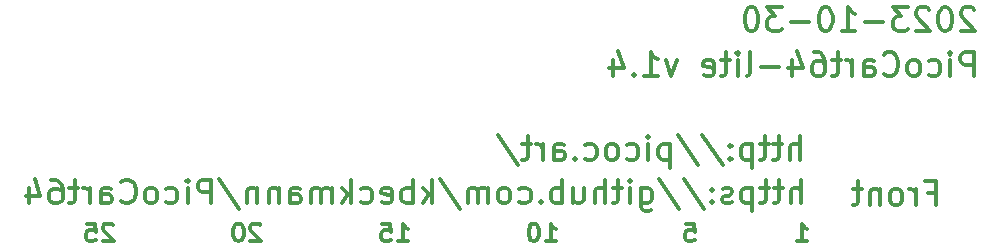
<source format=gbo>
G04 #@! TF.GenerationSoftware,KiCad,Pcbnew,7.0.8*
G04 #@! TF.CreationDate,2023-10-30T20:32:02+01:00*
G04 #@! TF.ProjectId,picocart64_v1_lite,7069636f-6361-4727-9436-345f76315f6c,rev?*
G04 #@! TF.SameCoordinates,Original*
G04 #@! TF.FileFunction,Legend,Bot*
G04 #@! TF.FilePolarity,Positive*
%FSLAX46Y46*%
G04 Gerber Fmt 4.6, Leading zero omitted, Abs format (unit mm)*
G04 Created by KiCad (PCBNEW 7.0.8) date 2023-10-30 20:32:02*
%MOMM*%
%LPD*%
G01*
G04 APERTURE LIST*
%ADD10C,0.300000*%
G04 APERTURE END LIST*
D10*
X170142856Y-109678328D02*
X170857142Y-109678328D01*
X170857142Y-109678328D02*
X170928570Y-110392614D01*
X170928570Y-110392614D02*
X170857142Y-110321185D01*
X170857142Y-110321185D02*
X170714285Y-110249757D01*
X170714285Y-110249757D02*
X170357142Y-110249757D01*
X170357142Y-110249757D02*
X170214285Y-110321185D01*
X170214285Y-110321185D02*
X170142856Y-110392614D01*
X170142856Y-110392614D02*
X170071427Y-110535471D01*
X170071427Y-110535471D02*
X170071427Y-110892614D01*
X170071427Y-110892614D02*
X170142856Y-111035471D01*
X170142856Y-111035471D02*
X170214285Y-111106900D01*
X170214285Y-111106900D02*
X170357142Y-111178328D01*
X170357142Y-111178328D02*
X170714285Y-111178328D01*
X170714285Y-111178328D02*
X170857142Y-111106900D01*
X170857142Y-111106900D02*
X170928570Y-111035471D01*
X158285713Y-111178328D02*
X159142856Y-111178328D01*
X158714285Y-111178328D02*
X158714285Y-109678328D01*
X158714285Y-109678328D02*
X158857142Y-109892614D01*
X158857142Y-109892614D02*
X158999999Y-110035471D01*
X158999999Y-110035471D02*
X159142856Y-110106900D01*
X157357142Y-109678328D02*
X157214285Y-109678328D01*
X157214285Y-109678328D02*
X157071428Y-109749757D01*
X157071428Y-109749757D02*
X157000000Y-109821185D01*
X157000000Y-109821185D02*
X156928571Y-109964042D01*
X156928571Y-109964042D02*
X156857142Y-110249757D01*
X156857142Y-110249757D02*
X156857142Y-110606900D01*
X156857142Y-110606900D02*
X156928571Y-110892614D01*
X156928571Y-110892614D02*
X157000000Y-111035471D01*
X157000000Y-111035471D02*
X157071428Y-111106900D01*
X157071428Y-111106900D02*
X157214285Y-111178328D01*
X157214285Y-111178328D02*
X157357142Y-111178328D01*
X157357142Y-111178328D02*
X157500000Y-111106900D01*
X157500000Y-111106900D02*
X157571428Y-111035471D01*
X157571428Y-111035471D02*
X157642857Y-110892614D01*
X157642857Y-110892614D02*
X157714285Y-110606900D01*
X157714285Y-110606900D02*
X157714285Y-110249757D01*
X157714285Y-110249757D02*
X157642857Y-109964042D01*
X157642857Y-109964042D02*
X157571428Y-109821185D01*
X157571428Y-109821185D02*
X157500000Y-109749757D01*
X157500000Y-109749757D02*
X157357142Y-109678328D01*
X145785713Y-111178328D02*
X146642856Y-111178328D01*
X146214285Y-111178328D02*
X146214285Y-109678328D01*
X146214285Y-109678328D02*
X146357142Y-109892614D01*
X146357142Y-109892614D02*
X146499999Y-110035471D01*
X146499999Y-110035471D02*
X146642856Y-110106900D01*
X144428571Y-109678328D02*
X145142857Y-109678328D01*
X145142857Y-109678328D02*
X145214285Y-110392614D01*
X145214285Y-110392614D02*
X145142857Y-110321185D01*
X145142857Y-110321185D02*
X145000000Y-110249757D01*
X145000000Y-110249757D02*
X144642857Y-110249757D01*
X144642857Y-110249757D02*
X144500000Y-110321185D01*
X144500000Y-110321185D02*
X144428571Y-110392614D01*
X144428571Y-110392614D02*
X144357142Y-110535471D01*
X144357142Y-110535471D02*
X144357142Y-110892614D01*
X144357142Y-110892614D02*
X144428571Y-111035471D01*
X144428571Y-111035471D02*
X144500000Y-111106900D01*
X144500000Y-111106900D02*
X144642857Y-111178328D01*
X144642857Y-111178328D02*
X145000000Y-111178328D01*
X145000000Y-111178328D02*
X145142857Y-111106900D01*
X145142857Y-111106900D02*
X145214285Y-111035471D01*
X134142856Y-109821185D02*
X134071428Y-109749757D01*
X134071428Y-109749757D02*
X133928571Y-109678328D01*
X133928571Y-109678328D02*
X133571428Y-109678328D01*
X133571428Y-109678328D02*
X133428571Y-109749757D01*
X133428571Y-109749757D02*
X133357142Y-109821185D01*
X133357142Y-109821185D02*
X133285713Y-109964042D01*
X133285713Y-109964042D02*
X133285713Y-110106900D01*
X133285713Y-110106900D02*
X133357142Y-110321185D01*
X133357142Y-110321185D02*
X134214285Y-111178328D01*
X134214285Y-111178328D02*
X133285713Y-111178328D01*
X132357142Y-109678328D02*
X132214285Y-109678328D01*
X132214285Y-109678328D02*
X132071428Y-109749757D01*
X132071428Y-109749757D02*
X132000000Y-109821185D01*
X132000000Y-109821185D02*
X131928571Y-109964042D01*
X131928571Y-109964042D02*
X131857142Y-110249757D01*
X131857142Y-110249757D02*
X131857142Y-110606900D01*
X131857142Y-110606900D02*
X131928571Y-110892614D01*
X131928571Y-110892614D02*
X132000000Y-111035471D01*
X132000000Y-111035471D02*
X132071428Y-111106900D01*
X132071428Y-111106900D02*
X132214285Y-111178328D01*
X132214285Y-111178328D02*
X132357142Y-111178328D01*
X132357142Y-111178328D02*
X132500000Y-111106900D01*
X132500000Y-111106900D02*
X132571428Y-111035471D01*
X132571428Y-111035471D02*
X132642857Y-110892614D01*
X132642857Y-110892614D02*
X132714285Y-110606900D01*
X132714285Y-110606900D02*
X132714285Y-110249757D01*
X132714285Y-110249757D02*
X132642857Y-109964042D01*
X132642857Y-109964042D02*
X132571428Y-109821185D01*
X132571428Y-109821185D02*
X132500000Y-109749757D01*
X132500000Y-109749757D02*
X132357142Y-109678328D01*
X121642856Y-109821185D02*
X121571428Y-109749757D01*
X121571428Y-109749757D02*
X121428571Y-109678328D01*
X121428571Y-109678328D02*
X121071428Y-109678328D01*
X121071428Y-109678328D02*
X120928571Y-109749757D01*
X120928571Y-109749757D02*
X120857142Y-109821185D01*
X120857142Y-109821185D02*
X120785713Y-109964042D01*
X120785713Y-109964042D02*
X120785713Y-110106900D01*
X120785713Y-110106900D02*
X120857142Y-110321185D01*
X120857142Y-110321185D02*
X121714285Y-111178328D01*
X121714285Y-111178328D02*
X120785713Y-111178328D01*
X119428571Y-109678328D02*
X120142857Y-109678328D01*
X120142857Y-109678328D02*
X120214285Y-110392614D01*
X120214285Y-110392614D02*
X120142857Y-110321185D01*
X120142857Y-110321185D02*
X120000000Y-110249757D01*
X120000000Y-110249757D02*
X119642857Y-110249757D01*
X119642857Y-110249757D02*
X119500000Y-110321185D01*
X119500000Y-110321185D02*
X119428571Y-110392614D01*
X119428571Y-110392614D02*
X119357142Y-110535471D01*
X119357142Y-110535471D02*
X119357142Y-110892614D01*
X119357142Y-110892614D02*
X119428571Y-111035471D01*
X119428571Y-111035471D02*
X119500000Y-111106900D01*
X119500000Y-111106900D02*
X119642857Y-111178328D01*
X119642857Y-111178328D02*
X120000000Y-111178328D01*
X120000000Y-111178328D02*
X120142857Y-111106900D01*
X120142857Y-111106900D02*
X120214285Y-111035471D01*
X179571427Y-111178328D02*
X180428570Y-111178328D01*
X179999999Y-111178328D02*
X179999999Y-109678328D01*
X179999999Y-109678328D02*
X180142856Y-109892614D01*
X180142856Y-109892614D02*
X180285713Y-110035471D01*
X180285713Y-110035471D02*
X180428570Y-110106900D01*
X190674285Y-107050019D02*
X191340952Y-107050019D01*
X191340952Y-108097638D02*
X191340952Y-106097638D01*
X191340952Y-106097638D02*
X190388571Y-106097638D01*
X189626666Y-108097638D02*
X189626666Y-106764304D01*
X189626666Y-107145257D02*
X189531428Y-106954780D01*
X189531428Y-106954780D02*
X189436190Y-106859542D01*
X189436190Y-106859542D02*
X189245714Y-106764304D01*
X189245714Y-106764304D02*
X189055237Y-106764304D01*
X188102857Y-108097638D02*
X188293333Y-108002400D01*
X188293333Y-108002400D02*
X188388571Y-107907161D01*
X188388571Y-107907161D02*
X188483809Y-107716685D01*
X188483809Y-107716685D02*
X188483809Y-107145257D01*
X188483809Y-107145257D02*
X188388571Y-106954780D01*
X188388571Y-106954780D02*
X188293333Y-106859542D01*
X188293333Y-106859542D02*
X188102857Y-106764304D01*
X188102857Y-106764304D02*
X187817142Y-106764304D01*
X187817142Y-106764304D02*
X187626666Y-106859542D01*
X187626666Y-106859542D02*
X187531428Y-106954780D01*
X187531428Y-106954780D02*
X187436190Y-107145257D01*
X187436190Y-107145257D02*
X187436190Y-107716685D01*
X187436190Y-107716685D02*
X187531428Y-107907161D01*
X187531428Y-107907161D02*
X187626666Y-108002400D01*
X187626666Y-108002400D02*
X187817142Y-108097638D01*
X187817142Y-108097638D02*
X188102857Y-108097638D01*
X186579047Y-106764304D02*
X186579047Y-108097638D01*
X186579047Y-106954780D02*
X186483809Y-106859542D01*
X186483809Y-106859542D02*
X186293333Y-106764304D01*
X186293333Y-106764304D02*
X186007618Y-106764304D01*
X186007618Y-106764304D02*
X185817142Y-106859542D01*
X185817142Y-106859542D02*
X185721904Y-107050019D01*
X185721904Y-107050019D02*
X185721904Y-108097638D01*
X185055237Y-106764304D02*
X184293333Y-106764304D01*
X184769523Y-106097638D02*
X184769523Y-107811923D01*
X184769523Y-107811923D02*
X184674285Y-108002400D01*
X184674285Y-108002400D02*
X184483809Y-108097638D01*
X184483809Y-108097638D02*
X184293333Y-108097638D01*
X179881441Y-107974638D02*
X179881441Y-105974638D01*
X179024298Y-107974638D02*
X179024298Y-106927019D01*
X179024298Y-106927019D02*
X179119536Y-106736542D01*
X179119536Y-106736542D02*
X179310012Y-106641304D01*
X179310012Y-106641304D02*
X179595727Y-106641304D01*
X179595727Y-106641304D02*
X179786203Y-106736542D01*
X179786203Y-106736542D02*
X179881441Y-106831780D01*
X178357631Y-106641304D02*
X177595727Y-106641304D01*
X178071917Y-105974638D02*
X178071917Y-107688923D01*
X178071917Y-107688923D02*
X177976679Y-107879400D01*
X177976679Y-107879400D02*
X177786203Y-107974638D01*
X177786203Y-107974638D02*
X177595727Y-107974638D01*
X177214774Y-106641304D02*
X176452870Y-106641304D01*
X176929060Y-105974638D02*
X176929060Y-107688923D01*
X176929060Y-107688923D02*
X176833822Y-107879400D01*
X176833822Y-107879400D02*
X176643346Y-107974638D01*
X176643346Y-107974638D02*
X176452870Y-107974638D01*
X175786203Y-106641304D02*
X175786203Y-108641304D01*
X175786203Y-106736542D02*
X175595727Y-106641304D01*
X175595727Y-106641304D02*
X175214774Y-106641304D01*
X175214774Y-106641304D02*
X175024298Y-106736542D01*
X175024298Y-106736542D02*
X174929060Y-106831780D01*
X174929060Y-106831780D02*
X174833822Y-107022257D01*
X174833822Y-107022257D02*
X174833822Y-107593685D01*
X174833822Y-107593685D02*
X174929060Y-107784161D01*
X174929060Y-107784161D02*
X175024298Y-107879400D01*
X175024298Y-107879400D02*
X175214774Y-107974638D01*
X175214774Y-107974638D02*
X175595727Y-107974638D01*
X175595727Y-107974638D02*
X175786203Y-107879400D01*
X174071917Y-107879400D02*
X173881441Y-107974638D01*
X173881441Y-107974638D02*
X173500489Y-107974638D01*
X173500489Y-107974638D02*
X173310012Y-107879400D01*
X173310012Y-107879400D02*
X173214774Y-107688923D01*
X173214774Y-107688923D02*
X173214774Y-107593685D01*
X173214774Y-107593685D02*
X173310012Y-107403209D01*
X173310012Y-107403209D02*
X173500489Y-107307971D01*
X173500489Y-107307971D02*
X173786203Y-107307971D01*
X173786203Y-107307971D02*
X173976679Y-107212733D01*
X173976679Y-107212733D02*
X174071917Y-107022257D01*
X174071917Y-107022257D02*
X174071917Y-106927019D01*
X174071917Y-106927019D02*
X173976679Y-106736542D01*
X173976679Y-106736542D02*
X173786203Y-106641304D01*
X173786203Y-106641304D02*
X173500489Y-106641304D01*
X173500489Y-106641304D02*
X173310012Y-106736542D01*
X172357631Y-107784161D02*
X172262393Y-107879400D01*
X172262393Y-107879400D02*
X172357631Y-107974638D01*
X172357631Y-107974638D02*
X172452869Y-107879400D01*
X172452869Y-107879400D02*
X172357631Y-107784161D01*
X172357631Y-107784161D02*
X172357631Y-107974638D01*
X172357631Y-106736542D02*
X172262393Y-106831780D01*
X172262393Y-106831780D02*
X172357631Y-106927019D01*
X172357631Y-106927019D02*
X172452869Y-106831780D01*
X172452869Y-106831780D02*
X172357631Y-106736542D01*
X172357631Y-106736542D02*
X172357631Y-106927019D01*
X169976679Y-105879400D02*
X171690964Y-108450828D01*
X167881441Y-105879400D02*
X169595726Y-108450828D01*
X166357631Y-106641304D02*
X166357631Y-108260352D01*
X166357631Y-108260352D02*
X166452869Y-108450828D01*
X166452869Y-108450828D02*
X166548107Y-108546066D01*
X166548107Y-108546066D02*
X166738584Y-108641304D01*
X166738584Y-108641304D02*
X167024298Y-108641304D01*
X167024298Y-108641304D02*
X167214774Y-108546066D01*
X166357631Y-107879400D02*
X166548107Y-107974638D01*
X166548107Y-107974638D02*
X166929060Y-107974638D01*
X166929060Y-107974638D02*
X167119536Y-107879400D01*
X167119536Y-107879400D02*
X167214774Y-107784161D01*
X167214774Y-107784161D02*
X167310012Y-107593685D01*
X167310012Y-107593685D02*
X167310012Y-107022257D01*
X167310012Y-107022257D02*
X167214774Y-106831780D01*
X167214774Y-106831780D02*
X167119536Y-106736542D01*
X167119536Y-106736542D02*
X166929060Y-106641304D01*
X166929060Y-106641304D02*
X166548107Y-106641304D01*
X166548107Y-106641304D02*
X166357631Y-106736542D01*
X165405250Y-107974638D02*
X165405250Y-106641304D01*
X165405250Y-105974638D02*
X165500488Y-106069876D01*
X165500488Y-106069876D02*
X165405250Y-106165114D01*
X165405250Y-106165114D02*
X165310012Y-106069876D01*
X165310012Y-106069876D02*
X165405250Y-105974638D01*
X165405250Y-105974638D02*
X165405250Y-106165114D01*
X164738583Y-106641304D02*
X163976679Y-106641304D01*
X164452869Y-105974638D02*
X164452869Y-107688923D01*
X164452869Y-107688923D02*
X164357631Y-107879400D01*
X164357631Y-107879400D02*
X164167155Y-107974638D01*
X164167155Y-107974638D02*
X163976679Y-107974638D01*
X163310012Y-107974638D02*
X163310012Y-105974638D01*
X162452869Y-107974638D02*
X162452869Y-106927019D01*
X162452869Y-106927019D02*
X162548107Y-106736542D01*
X162548107Y-106736542D02*
X162738583Y-106641304D01*
X162738583Y-106641304D02*
X163024298Y-106641304D01*
X163024298Y-106641304D02*
X163214774Y-106736542D01*
X163214774Y-106736542D02*
X163310012Y-106831780D01*
X160643345Y-106641304D02*
X160643345Y-107974638D01*
X161500488Y-106641304D02*
X161500488Y-107688923D01*
X161500488Y-107688923D02*
X161405250Y-107879400D01*
X161405250Y-107879400D02*
X161214774Y-107974638D01*
X161214774Y-107974638D02*
X160929059Y-107974638D01*
X160929059Y-107974638D02*
X160738583Y-107879400D01*
X160738583Y-107879400D02*
X160643345Y-107784161D01*
X159690964Y-107974638D02*
X159690964Y-105974638D01*
X159690964Y-106736542D02*
X159500488Y-106641304D01*
X159500488Y-106641304D02*
X159119535Y-106641304D01*
X159119535Y-106641304D02*
X158929059Y-106736542D01*
X158929059Y-106736542D02*
X158833821Y-106831780D01*
X158833821Y-106831780D02*
X158738583Y-107022257D01*
X158738583Y-107022257D02*
X158738583Y-107593685D01*
X158738583Y-107593685D02*
X158833821Y-107784161D01*
X158833821Y-107784161D02*
X158929059Y-107879400D01*
X158929059Y-107879400D02*
X159119535Y-107974638D01*
X159119535Y-107974638D02*
X159500488Y-107974638D01*
X159500488Y-107974638D02*
X159690964Y-107879400D01*
X157881440Y-107784161D02*
X157786202Y-107879400D01*
X157786202Y-107879400D02*
X157881440Y-107974638D01*
X157881440Y-107974638D02*
X157976678Y-107879400D01*
X157976678Y-107879400D02*
X157881440Y-107784161D01*
X157881440Y-107784161D02*
X157881440Y-107974638D01*
X156071916Y-107879400D02*
X156262392Y-107974638D01*
X156262392Y-107974638D02*
X156643345Y-107974638D01*
X156643345Y-107974638D02*
X156833821Y-107879400D01*
X156833821Y-107879400D02*
X156929059Y-107784161D01*
X156929059Y-107784161D02*
X157024297Y-107593685D01*
X157024297Y-107593685D02*
X157024297Y-107022257D01*
X157024297Y-107022257D02*
X156929059Y-106831780D01*
X156929059Y-106831780D02*
X156833821Y-106736542D01*
X156833821Y-106736542D02*
X156643345Y-106641304D01*
X156643345Y-106641304D02*
X156262392Y-106641304D01*
X156262392Y-106641304D02*
X156071916Y-106736542D01*
X154929059Y-107974638D02*
X155119535Y-107879400D01*
X155119535Y-107879400D02*
X155214773Y-107784161D01*
X155214773Y-107784161D02*
X155310011Y-107593685D01*
X155310011Y-107593685D02*
X155310011Y-107022257D01*
X155310011Y-107022257D02*
X155214773Y-106831780D01*
X155214773Y-106831780D02*
X155119535Y-106736542D01*
X155119535Y-106736542D02*
X154929059Y-106641304D01*
X154929059Y-106641304D02*
X154643344Y-106641304D01*
X154643344Y-106641304D02*
X154452868Y-106736542D01*
X154452868Y-106736542D02*
X154357630Y-106831780D01*
X154357630Y-106831780D02*
X154262392Y-107022257D01*
X154262392Y-107022257D02*
X154262392Y-107593685D01*
X154262392Y-107593685D02*
X154357630Y-107784161D01*
X154357630Y-107784161D02*
X154452868Y-107879400D01*
X154452868Y-107879400D02*
X154643344Y-107974638D01*
X154643344Y-107974638D02*
X154929059Y-107974638D01*
X153405249Y-107974638D02*
X153405249Y-106641304D01*
X153405249Y-106831780D02*
X153310011Y-106736542D01*
X153310011Y-106736542D02*
X153119535Y-106641304D01*
X153119535Y-106641304D02*
X152833820Y-106641304D01*
X152833820Y-106641304D02*
X152643344Y-106736542D01*
X152643344Y-106736542D02*
X152548106Y-106927019D01*
X152548106Y-106927019D02*
X152548106Y-107974638D01*
X152548106Y-106927019D02*
X152452868Y-106736542D01*
X152452868Y-106736542D02*
X152262392Y-106641304D01*
X152262392Y-106641304D02*
X151976678Y-106641304D01*
X151976678Y-106641304D02*
X151786201Y-106736542D01*
X151786201Y-106736542D02*
X151690963Y-106927019D01*
X151690963Y-106927019D02*
X151690963Y-107974638D01*
X149310011Y-105879400D02*
X151024296Y-108450828D01*
X148643344Y-107974638D02*
X148643344Y-105974638D01*
X148452868Y-107212733D02*
X147881439Y-107974638D01*
X147881439Y-106641304D02*
X148643344Y-107403209D01*
X147024296Y-107974638D02*
X147024296Y-105974638D01*
X147024296Y-106736542D02*
X146833820Y-106641304D01*
X146833820Y-106641304D02*
X146452867Y-106641304D01*
X146452867Y-106641304D02*
X146262391Y-106736542D01*
X146262391Y-106736542D02*
X146167153Y-106831780D01*
X146167153Y-106831780D02*
X146071915Y-107022257D01*
X146071915Y-107022257D02*
X146071915Y-107593685D01*
X146071915Y-107593685D02*
X146167153Y-107784161D01*
X146167153Y-107784161D02*
X146262391Y-107879400D01*
X146262391Y-107879400D02*
X146452867Y-107974638D01*
X146452867Y-107974638D02*
X146833820Y-107974638D01*
X146833820Y-107974638D02*
X147024296Y-107879400D01*
X144452867Y-107879400D02*
X144643343Y-107974638D01*
X144643343Y-107974638D02*
X145024296Y-107974638D01*
X145024296Y-107974638D02*
X145214772Y-107879400D01*
X145214772Y-107879400D02*
X145310010Y-107688923D01*
X145310010Y-107688923D02*
X145310010Y-106927019D01*
X145310010Y-106927019D02*
X145214772Y-106736542D01*
X145214772Y-106736542D02*
X145024296Y-106641304D01*
X145024296Y-106641304D02*
X144643343Y-106641304D01*
X144643343Y-106641304D02*
X144452867Y-106736542D01*
X144452867Y-106736542D02*
X144357629Y-106927019D01*
X144357629Y-106927019D02*
X144357629Y-107117495D01*
X144357629Y-107117495D02*
X145310010Y-107307971D01*
X142643343Y-107879400D02*
X142833819Y-107974638D01*
X142833819Y-107974638D02*
X143214772Y-107974638D01*
X143214772Y-107974638D02*
X143405248Y-107879400D01*
X143405248Y-107879400D02*
X143500486Y-107784161D01*
X143500486Y-107784161D02*
X143595724Y-107593685D01*
X143595724Y-107593685D02*
X143595724Y-107022257D01*
X143595724Y-107022257D02*
X143500486Y-106831780D01*
X143500486Y-106831780D02*
X143405248Y-106736542D01*
X143405248Y-106736542D02*
X143214772Y-106641304D01*
X143214772Y-106641304D02*
X142833819Y-106641304D01*
X142833819Y-106641304D02*
X142643343Y-106736542D01*
X141786200Y-107974638D02*
X141786200Y-105974638D01*
X141595724Y-107212733D02*
X141024295Y-107974638D01*
X141024295Y-106641304D02*
X141786200Y-107403209D01*
X140167152Y-107974638D02*
X140167152Y-106641304D01*
X140167152Y-106831780D02*
X140071914Y-106736542D01*
X140071914Y-106736542D02*
X139881438Y-106641304D01*
X139881438Y-106641304D02*
X139595723Y-106641304D01*
X139595723Y-106641304D02*
X139405247Y-106736542D01*
X139405247Y-106736542D02*
X139310009Y-106927019D01*
X139310009Y-106927019D02*
X139310009Y-107974638D01*
X139310009Y-106927019D02*
X139214771Y-106736542D01*
X139214771Y-106736542D02*
X139024295Y-106641304D01*
X139024295Y-106641304D02*
X138738581Y-106641304D01*
X138738581Y-106641304D02*
X138548104Y-106736542D01*
X138548104Y-106736542D02*
X138452866Y-106927019D01*
X138452866Y-106927019D02*
X138452866Y-107974638D01*
X136643342Y-107974638D02*
X136643342Y-106927019D01*
X136643342Y-106927019D02*
X136738580Y-106736542D01*
X136738580Y-106736542D02*
X136929056Y-106641304D01*
X136929056Y-106641304D02*
X137310009Y-106641304D01*
X137310009Y-106641304D02*
X137500485Y-106736542D01*
X136643342Y-107879400D02*
X136833818Y-107974638D01*
X136833818Y-107974638D02*
X137310009Y-107974638D01*
X137310009Y-107974638D02*
X137500485Y-107879400D01*
X137500485Y-107879400D02*
X137595723Y-107688923D01*
X137595723Y-107688923D02*
X137595723Y-107498447D01*
X137595723Y-107498447D02*
X137500485Y-107307971D01*
X137500485Y-107307971D02*
X137310009Y-107212733D01*
X137310009Y-107212733D02*
X136833818Y-107212733D01*
X136833818Y-107212733D02*
X136643342Y-107117495D01*
X135690961Y-106641304D02*
X135690961Y-107974638D01*
X135690961Y-106831780D02*
X135595723Y-106736542D01*
X135595723Y-106736542D02*
X135405247Y-106641304D01*
X135405247Y-106641304D02*
X135119532Y-106641304D01*
X135119532Y-106641304D02*
X134929056Y-106736542D01*
X134929056Y-106736542D02*
X134833818Y-106927019D01*
X134833818Y-106927019D02*
X134833818Y-107974638D01*
X133881437Y-106641304D02*
X133881437Y-107974638D01*
X133881437Y-106831780D02*
X133786199Y-106736542D01*
X133786199Y-106736542D02*
X133595723Y-106641304D01*
X133595723Y-106641304D02*
X133310008Y-106641304D01*
X133310008Y-106641304D02*
X133119532Y-106736542D01*
X133119532Y-106736542D02*
X133024294Y-106927019D01*
X133024294Y-106927019D02*
X133024294Y-107974638D01*
X130643342Y-105879400D02*
X132357627Y-108450828D01*
X129976675Y-107974638D02*
X129976675Y-105974638D01*
X129976675Y-105974638D02*
X129214770Y-105974638D01*
X129214770Y-105974638D02*
X129024294Y-106069876D01*
X129024294Y-106069876D02*
X128929056Y-106165114D01*
X128929056Y-106165114D02*
X128833818Y-106355590D01*
X128833818Y-106355590D02*
X128833818Y-106641304D01*
X128833818Y-106641304D02*
X128929056Y-106831780D01*
X128929056Y-106831780D02*
X129024294Y-106927019D01*
X129024294Y-106927019D02*
X129214770Y-107022257D01*
X129214770Y-107022257D02*
X129976675Y-107022257D01*
X127976675Y-107974638D02*
X127976675Y-106641304D01*
X127976675Y-105974638D02*
X128071913Y-106069876D01*
X128071913Y-106069876D02*
X127976675Y-106165114D01*
X127976675Y-106165114D02*
X127881437Y-106069876D01*
X127881437Y-106069876D02*
X127976675Y-105974638D01*
X127976675Y-105974638D02*
X127976675Y-106165114D01*
X126167151Y-107879400D02*
X126357627Y-107974638D01*
X126357627Y-107974638D02*
X126738580Y-107974638D01*
X126738580Y-107974638D02*
X126929056Y-107879400D01*
X126929056Y-107879400D02*
X127024294Y-107784161D01*
X127024294Y-107784161D02*
X127119532Y-107593685D01*
X127119532Y-107593685D02*
X127119532Y-107022257D01*
X127119532Y-107022257D02*
X127024294Y-106831780D01*
X127024294Y-106831780D02*
X126929056Y-106736542D01*
X126929056Y-106736542D02*
X126738580Y-106641304D01*
X126738580Y-106641304D02*
X126357627Y-106641304D01*
X126357627Y-106641304D02*
X126167151Y-106736542D01*
X125024294Y-107974638D02*
X125214770Y-107879400D01*
X125214770Y-107879400D02*
X125310008Y-107784161D01*
X125310008Y-107784161D02*
X125405246Y-107593685D01*
X125405246Y-107593685D02*
X125405246Y-107022257D01*
X125405246Y-107022257D02*
X125310008Y-106831780D01*
X125310008Y-106831780D02*
X125214770Y-106736542D01*
X125214770Y-106736542D02*
X125024294Y-106641304D01*
X125024294Y-106641304D02*
X124738579Y-106641304D01*
X124738579Y-106641304D02*
X124548103Y-106736542D01*
X124548103Y-106736542D02*
X124452865Y-106831780D01*
X124452865Y-106831780D02*
X124357627Y-107022257D01*
X124357627Y-107022257D02*
X124357627Y-107593685D01*
X124357627Y-107593685D02*
X124452865Y-107784161D01*
X124452865Y-107784161D02*
X124548103Y-107879400D01*
X124548103Y-107879400D02*
X124738579Y-107974638D01*
X124738579Y-107974638D02*
X125024294Y-107974638D01*
X122357627Y-107784161D02*
X122452865Y-107879400D01*
X122452865Y-107879400D02*
X122738579Y-107974638D01*
X122738579Y-107974638D02*
X122929055Y-107974638D01*
X122929055Y-107974638D02*
X123214770Y-107879400D01*
X123214770Y-107879400D02*
X123405246Y-107688923D01*
X123405246Y-107688923D02*
X123500484Y-107498447D01*
X123500484Y-107498447D02*
X123595722Y-107117495D01*
X123595722Y-107117495D02*
X123595722Y-106831780D01*
X123595722Y-106831780D02*
X123500484Y-106450828D01*
X123500484Y-106450828D02*
X123405246Y-106260352D01*
X123405246Y-106260352D02*
X123214770Y-106069876D01*
X123214770Y-106069876D02*
X122929055Y-105974638D01*
X122929055Y-105974638D02*
X122738579Y-105974638D01*
X122738579Y-105974638D02*
X122452865Y-106069876D01*
X122452865Y-106069876D02*
X122357627Y-106165114D01*
X120643341Y-107974638D02*
X120643341Y-106927019D01*
X120643341Y-106927019D02*
X120738579Y-106736542D01*
X120738579Y-106736542D02*
X120929055Y-106641304D01*
X120929055Y-106641304D02*
X121310008Y-106641304D01*
X121310008Y-106641304D02*
X121500484Y-106736542D01*
X120643341Y-107879400D02*
X120833817Y-107974638D01*
X120833817Y-107974638D02*
X121310008Y-107974638D01*
X121310008Y-107974638D02*
X121500484Y-107879400D01*
X121500484Y-107879400D02*
X121595722Y-107688923D01*
X121595722Y-107688923D02*
X121595722Y-107498447D01*
X121595722Y-107498447D02*
X121500484Y-107307971D01*
X121500484Y-107307971D02*
X121310008Y-107212733D01*
X121310008Y-107212733D02*
X120833817Y-107212733D01*
X120833817Y-107212733D02*
X120643341Y-107117495D01*
X119690960Y-107974638D02*
X119690960Y-106641304D01*
X119690960Y-107022257D02*
X119595722Y-106831780D01*
X119595722Y-106831780D02*
X119500484Y-106736542D01*
X119500484Y-106736542D02*
X119310008Y-106641304D01*
X119310008Y-106641304D02*
X119119531Y-106641304D01*
X118738579Y-106641304D02*
X117976675Y-106641304D01*
X118452865Y-105974638D02*
X118452865Y-107688923D01*
X118452865Y-107688923D02*
X118357627Y-107879400D01*
X118357627Y-107879400D02*
X118167151Y-107974638D01*
X118167151Y-107974638D02*
X117976675Y-107974638D01*
X116452865Y-105974638D02*
X116833818Y-105974638D01*
X116833818Y-105974638D02*
X117024294Y-106069876D01*
X117024294Y-106069876D02*
X117119532Y-106165114D01*
X117119532Y-106165114D02*
X117310008Y-106450828D01*
X117310008Y-106450828D02*
X117405246Y-106831780D01*
X117405246Y-106831780D02*
X117405246Y-107593685D01*
X117405246Y-107593685D02*
X117310008Y-107784161D01*
X117310008Y-107784161D02*
X117214770Y-107879400D01*
X117214770Y-107879400D02*
X117024294Y-107974638D01*
X117024294Y-107974638D02*
X116643341Y-107974638D01*
X116643341Y-107974638D02*
X116452865Y-107879400D01*
X116452865Y-107879400D02*
X116357627Y-107784161D01*
X116357627Y-107784161D02*
X116262389Y-107593685D01*
X116262389Y-107593685D02*
X116262389Y-107117495D01*
X116262389Y-107117495D02*
X116357627Y-106927019D01*
X116357627Y-106927019D02*
X116452865Y-106831780D01*
X116452865Y-106831780D02*
X116643341Y-106736542D01*
X116643341Y-106736542D02*
X117024294Y-106736542D01*
X117024294Y-106736542D02*
X117214770Y-106831780D01*
X117214770Y-106831780D02*
X117310008Y-106927019D01*
X117310008Y-106927019D02*
X117405246Y-107117495D01*
X114548103Y-106641304D02*
X114548103Y-107974638D01*
X115024294Y-105879400D02*
X115500484Y-107307971D01*
X115500484Y-107307971D02*
X114262389Y-107307971D01*
X194581679Y-91560114D02*
X194486441Y-91464876D01*
X194486441Y-91464876D02*
X194295965Y-91369638D01*
X194295965Y-91369638D02*
X193819774Y-91369638D01*
X193819774Y-91369638D02*
X193629298Y-91464876D01*
X193629298Y-91464876D02*
X193534060Y-91560114D01*
X193534060Y-91560114D02*
X193438822Y-91750590D01*
X193438822Y-91750590D02*
X193438822Y-91941066D01*
X193438822Y-91941066D02*
X193534060Y-92226780D01*
X193534060Y-92226780D02*
X194676917Y-93369638D01*
X194676917Y-93369638D02*
X193438822Y-93369638D01*
X192200727Y-91369638D02*
X192010250Y-91369638D01*
X192010250Y-91369638D02*
X191819774Y-91464876D01*
X191819774Y-91464876D02*
X191724536Y-91560114D01*
X191724536Y-91560114D02*
X191629298Y-91750590D01*
X191629298Y-91750590D02*
X191534060Y-92131542D01*
X191534060Y-92131542D02*
X191534060Y-92607733D01*
X191534060Y-92607733D02*
X191629298Y-92988685D01*
X191629298Y-92988685D02*
X191724536Y-93179161D01*
X191724536Y-93179161D02*
X191819774Y-93274400D01*
X191819774Y-93274400D02*
X192010250Y-93369638D01*
X192010250Y-93369638D02*
X192200727Y-93369638D01*
X192200727Y-93369638D02*
X192391203Y-93274400D01*
X192391203Y-93274400D02*
X192486441Y-93179161D01*
X192486441Y-93179161D02*
X192581679Y-92988685D01*
X192581679Y-92988685D02*
X192676917Y-92607733D01*
X192676917Y-92607733D02*
X192676917Y-92131542D01*
X192676917Y-92131542D02*
X192581679Y-91750590D01*
X192581679Y-91750590D02*
X192486441Y-91560114D01*
X192486441Y-91560114D02*
X192391203Y-91464876D01*
X192391203Y-91464876D02*
X192200727Y-91369638D01*
X190772155Y-91560114D02*
X190676917Y-91464876D01*
X190676917Y-91464876D02*
X190486441Y-91369638D01*
X190486441Y-91369638D02*
X190010250Y-91369638D01*
X190010250Y-91369638D02*
X189819774Y-91464876D01*
X189819774Y-91464876D02*
X189724536Y-91560114D01*
X189724536Y-91560114D02*
X189629298Y-91750590D01*
X189629298Y-91750590D02*
X189629298Y-91941066D01*
X189629298Y-91941066D02*
X189724536Y-92226780D01*
X189724536Y-92226780D02*
X190867393Y-93369638D01*
X190867393Y-93369638D02*
X189629298Y-93369638D01*
X188962631Y-91369638D02*
X187724536Y-91369638D01*
X187724536Y-91369638D02*
X188391203Y-92131542D01*
X188391203Y-92131542D02*
X188105488Y-92131542D01*
X188105488Y-92131542D02*
X187915012Y-92226780D01*
X187915012Y-92226780D02*
X187819774Y-92322019D01*
X187819774Y-92322019D02*
X187724536Y-92512495D01*
X187724536Y-92512495D02*
X187724536Y-92988685D01*
X187724536Y-92988685D02*
X187819774Y-93179161D01*
X187819774Y-93179161D02*
X187915012Y-93274400D01*
X187915012Y-93274400D02*
X188105488Y-93369638D01*
X188105488Y-93369638D02*
X188676917Y-93369638D01*
X188676917Y-93369638D02*
X188867393Y-93274400D01*
X188867393Y-93274400D02*
X188962631Y-93179161D01*
X186867393Y-92607733D02*
X185343584Y-92607733D01*
X183343584Y-93369638D02*
X184486441Y-93369638D01*
X183915013Y-93369638D02*
X183915013Y-91369638D01*
X183915013Y-91369638D02*
X184105489Y-91655352D01*
X184105489Y-91655352D02*
X184295965Y-91845828D01*
X184295965Y-91845828D02*
X184486441Y-91941066D01*
X182105489Y-91369638D02*
X181915012Y-91369638D01*
X181915012Y-91369638D02*
X181724536Y-91464876D01*
X181724536Y-91464876D02*
X181629298Y-91560114D01*
X181629298Y-91560114D02*
X181534060Y-91750590D01*
X181534060Y-91750590D02*
X181438822Y-92131542D01*
X181438822Y-92131542D02*
X181438822Y-92607733D01*
X181438822Y-92607733D02*
X181534060Y-92988685D01*
X181534060Y-92988685D02*
X181629298Y-93179161D01*
X181629298Y-93179161D02*
X181724536Y-93274400D01*
X181724536Y-93274400D02*
X181915012Y-93369638D01*
X181915012Y-93369638D02*
X182105489Y-93369638D01*
X182105489Y-93369638D02*
X182295965Y-93274400D01*
X182295965Y-93274400D02*
X182391203Y-93179161D01*
X182391203Y-93179161D02*
X182486441Y-92988685D01*
X182486441Y-92988685D02*
X182581679Y-92607733D01*
X182581679Y-92607733D02*
X182581679Y-92131542D01*
X182581679Y-92131542D02*
X182486441Y-91750590D01*
X182486441Y-91750590D02*
X182391203Y-91560114D01*
X182391203Y-91560114D02*
X182295965Y-91464876D01*
X182295965Y-91464876D02*
X182105489Y-91369638D01*
X180581679Y-92607733D02*
X179057870Y-92607733D01*
X178295965Y-91369638D02*
X177057870Y-91369638D01*
X177057870Y-91369638D02*
X177724537Y-92131542D01*
X177724537Y-92131542D02*
X177438822Y-92131542D01*
X177438822Y-92131542D02*
X177248346Y-92226780D01*
X177248346Y-92226780D02*
X177153108Y-92322019D01*
X177153108Y-92322019D02*
X177057870Y-92512495D01*
X177057870Y-92512495D02*
X177057870Y-92988685D01*
X177057870Y-92988685D02*
X177153108Y-93179161D01*
X177153108Y-93179161D02*
X177248346Y-93274400D01*
X177248346Y-93274400D02*
X177438822Y-93369638D01*
X177438822Y-93369638D02*
X178010251Y-93369638D01*
X178010251Y-93369638D02*
X178200727Y-93274400D01*
X178200727Y-93274400D02*
X178295965Y-93179161D01*
X175819775Y-91369638D02*
X175629298Y-91369638D01*
X175629298Y-91369638D02*
X175438822Y-91464876D01*
X175438822Y-91464876D02*
X175343584Y-91560114D01*
X175343584Y-91560114D02*
X175248346Y-91750590D01*
X175248346Y-91750590D02*
X175153108Y-92131542D01*
X175153108Y-92131542D02*
X175153108Y-92607733D01*
X175153108Y-92607733D02*
X175248346Y-92988685D01*
X175248346Y-92988685D02*
X175343584Y-93179161D01*
X175343584Y-93179161D02*
X175438822Y-93274400D01*
X175438822Y-93274400D02*
X175629298Y-93369638D01*
X175629298Y-93369638D02*
X175819775Y-93369638D01*
X175819775Y-93369638D02*
X176010251Y-93274400D01*
X176010251Y-93274400D02*
X176105489Y-93179161D01*
X176105489Y-93179161D02*
X176200727Y-92988685D01*
X176200727Y-92988685D02*
X176295965Y-92607733D01*
X176295965Y-92607733D02*
X176295965Y-92131542D01*
X176295965Y-92131542D02*
X176200727Y-91750590D01*
X176200727Y-91750590D02*
X176105489Y-91560114D01*
X176105489Y-91560114D02*
X176010251Y-91464876D01*
X176010251Y-91464876D02*
X175819775Y-91369638D01*
X194541364Y-97179638D02*
X194541364Y-95179638D01*
X194541364Y-95179638D02*
X193779459Y-95179638D01*
X193779459Y-95179638D02*
X193588983Y-95274876D01*
X193588983Y-95274876D02*
X193493745Y-95370114D01*
X193493745Y-95370114D02*
X193398507Y-95560590D01*
X193398507Y-95560590D02*
X193398507Y-95846304D01*
X193398507Y-95846304D02*
X193493745Y-96036780D01*
X193493745Y-96036780D02*
X193588983Y-96132019D01*
X193588983Y-96132019D02*
X193779459Y-96227257D01*
X193779459Y-96227257D02*
X194541364Y-96227257D01*
X192541364Y-97179638D02*
X192541364Y-95846304D01*
X192541364Y-95179638D02*
X192636602Y-95274876D01*
X192636602Y-95274876D02*
X192541364Y-95370114D01*
X192541364Y-95370114D02*
X192446126Y-95274876D01*
X192446126Y-95274876D02*
X192541364Y-95179638D01*
X192541364Y-95179638D02*
X192541364Y-95370114D01*
X190731840Y-97084400D02*
X190922316Y-97179638D01*
X190922316Y-97179638D02*
X191303269Y-97179638D01*
X191303269Y-97179638D02*
X191493745Y-97084400D01*
X191493745Y-97084400D02*
X191588983Y-96989161D01*
X191588983Y-96989161D02*
X191684221Y-96798685D01*
X191684221Y-96798685D02*
X191684221Y-96227257D01*
X191684221Y-96227257D02*
X191588983Y-96036780D01*
X191588983Y-96036780D02*
X191493745Y-95941542D01*
X191493745Y-95941542D02*
X191303269Y-95846304D01*
X191303269Y-95846304D02*
X190922316Y-95846304D01*
X190922316Y-95846304D02*
X190731840Y-95941542D01*
X189588983Y-97179638D02*
X189779459Y-97084400D01*
X189779459Y-97084400D02*
X189874697Y-96989161D01*
X189874697Y-96989161D02*
X189969935Y-96798685D01*
X189969935Y-96798685D02*
X189969935Y-96227257D01*
X189969935Y-96227257D02*
X189874697Y-96036780D01*
X189874697Y-96036780D02*
X189779459Y-95941542D01*
X189779459Y-95941542D02*
X189588983Y-95846304D01*
X189588983Y-95846304D02*
X189303268Y-95846304D01*
X189303268Y-95846304D02*
X189112792Y-95941542D01*
X189112792Y-95941542D02*
X189017554Y-96036780D01*
X189017554Y-96036780D02*
X188922316Y-96227257D01*
X188922316Y-96227257D02*
X188922316Y-96798685D01*
X188922316Y-96798685D02*
X189017554Y-96989161D01*
X189017554Y-96989161D02*
X189112792Y-97084400D01*
X189112792Y-97084400D02*
X189303268Y-97179638D01*
X189303268Y-97179638D02*
X189588983Y-97179638D01*
X186922316Y-96989161D02*
X187017554Y-97084400D01*
X187017554Y-97084400D02*
X187303268Y-97179638D01*
X187303268Y-97179638D02*
X187493744Y-97179638D01*
X187493744Y-97179638D02*
X187779459Y-97084400D01*
X187779459Y-97084400D02*
X187969935Y-96893923D01*
X187969935Y-96893923D02*
X188065173Y-96703447D01*
X188065173Y-96703447D02*
X188160411Y-96322495D01*
X188160411Y-96322495D02*
X188160411Y-96036780D01*
X188160411Y-96036780D02*
X188065173Y-95655828D01*
X188065173Y-95655828D02*
X187969935Y-95465352D01*
X187969935Y-95465352D02*
X187779459Y-95274876D01*
X187779459Y-95274876D02*
X187493744Y-95179638D01*
X187493744Y-95179638D02*
X187303268Y-95179638D01*
X187303268Y-95179638D02*
X187017554Y-95274876D01*
X187017554Y-95274876D02*
X186922316Y-95370114D01*
X185208030Y-97179638D02*
X185208030Y-96132019D01*
X185208030Y-96132019D02*
X185303268Y-95941542D01*
X185303268Y-95941542D02*
X185493744Y-95846304D01*
X185493744Y-95846304D02*
X185874697Y-95846304D01*
X185874697Y-95846304D02*
X186065173Y-95941542D01*
X185208030Y-97084400D02*
X185398506Y-97179638D01*
X185398506Y-97179638D02*
X185874697Y-97179638D01*
X185874697Y-97179638D02*
X186065173Y-97084400D01*
X186065173Y-97084400D02*
X186160411Y-96893923D01*
X186160411Y-96893923D02*
X186160411Y-96703447D01*
X186160411Y-96703447D02*
X186065173Y-96512971D01*
X186065173Y-96512971D02*
X185874697Y-96417733D01*
X185874697Y-96417733D02*
X185398506Y-96417733D01*
X185398506Y-96417733D02*
X185208030Y-96322495D01*
X184255649Y-97179638D02*
X184255649Y-95846304D01*
X184255649Y-96227257D02*
X184160411Y-96036780D01*
X184160411Y-96036780D02*
X184065173Y-95941542D01*
X184065173Y-95941542D02*
X183874697Y-95846304D01*
X183874697Y-95846304D02*
X183684220Y-95846304D01*
X183303268Y-95846304D02*
X182541364Y-95846304D01*
X183017554Y-95179638D02*
X183017554Y-96893923D01*
X183017554Y-96893923D02*
X182922316Y-97084400D01*
X182922316Y-97084400D02*
X182731840Y-97179638D01*
X182731840Y-97179638D02*
X182541364Y-97179638D01*
X181017554Y-95179638D02*
X181398507Y-95179638D01*
X181398507Y-95179638D02*
X181588983Y-95274876D01*
X181588983Y-95274876D02*
X181684221Y-95370114D01*
X181684221Y-95370114D02*
X181874697Y-95655828D01*
X181874697Y-95655828D02*
X181969935Y-96036780D01*
X181969935Y-96036780D02*
X181969935Y-96798685D01*
X181969935Y-96798685D02*
X181874697Y-96989161D01*
X181874697Y-96989161D02*
X181779459Y-97084400D01*
X181779459Y-97084400D02*
X181588983Y-97179638D01*
X181588983Y-97179638D02*
X181208030Y-97179638D01*
X181208030Y-97179638D02*
X181017554Y-97084400D01*
X181017554Y-97084400D02*
X180922316Y-96989161D01*
X180922316Y-96989161D02*
X180827078Y-96798685D01*
X180827078Y-96798685D02*
X180827078Y-96322495D01*
X180827078Y-96322495D02*
X180922316Y-96132019D01*
X180922316Y-96132019D02*
X181017554Y-96036780D01*
X181017554Y-96036780D02*
X181208030Y-95941542D01*
X181208030Y-95941542D02*
X181588983Y-95941542D01*
X181588983Y-95941542D02*
X181779459Y-96036780D01*
X181779459Y-96036780D02*
X181874697Y-96132019D01*
X181874697Y-96132019D02*
X181969935Y-96322495D01*
X179112792Y-95846304D02*
X179112792Y-97179638D01*
X179588983Y-95084400D02*
X180065173Y-96512971D01*
X180065173Y-96512971D02*
X178827078Y-96512971D01*
X178065173Y-96417733D02*
X176541364Y-96417733D01*
X175303269Y-97179638D02*
X175493745Y-97084400D01*
X175493745Y-97084400D02*
X175588983Y-96893923D01*
X175588983Y-96893923D02*
X175588983Y-95179638D01*
X174541364Y-97179638D02*
X174541364Y-95846304D01*
X174541364Y-95179638D02*
X174636602Y-95274876D01*
X174636602Y-95274876D02*
X174541364Y-95370114D01*
X174541364Y-95370114D02*
X174446126Y-95274876D01*
X174446126Y-95274876D02*
X174541364Y-95179638D01*
X174541364Y-95179638D02*
X174541364Y-95370114D01*
X173874697Y-95846304D02*
X173112793Y-95846304D01*
X173588983Y-95179638D02*
X173588983Y-96893923D01*
X173588983Y-96893923D02*
X173493745Y-97084400D01*
X173493745Y-97084400D02*
X173303269Y-97179638D01*
X173303269Y-97179638D02*
X173112793Y-97179638D01*
X171684221Y-97084400D02*
X171874697Y-97179638D01*
X171874697Y-97179638D02*
X172255650Y-97179638D01*
X172255650Y-97179638D02*
X172446126Y-97084400D01*
X172446126Y-97084400D02*
X172541364Y-96893923D01*
X172541364Y-96893923D02*
X172541364Y-96132019D01*
X172541364Y-96132019D02*
X172446126Y-95941542D01*
X172446126Y-95941542D02*
X172255650Y-95846304D01*
X172255650Y-95846304D02*
X171874697Y-95846304D01*
X171874697Y-95846304D02*
X171684221Y-95941542D01*
X171684221Y-95941542D02*
X171588983Y-96132019D01*
X171588983Y-96132019D02*
X171588983Y-96322495D01*
X171588983Y-96322495D02*
X172541364Y-96512971D01*
X169398506Y-95846304D02*
X168922316Y-97179638D01*
X168922316Y-97179638D02*
X168446125Y-95846304D01*
X166636601Y-97179638D02*
X167779458Y-97179638D01*
X167208030Y-97179638D02*
X167208030Y-95179638D01*
X167208030Y-95179638D02*
X167398506Y-95465352D01*
X167398506Y-95465352D02*
X167588982Y-95655828D01*
X167588982Y-95655828D02*
X167779458Y-95751066D01*
X165779458Y-96989161D02*
X165684220Y-97084400D01*
X165684220Y-97084400D02*
X165779458Y-97179638D01*
X165779458Y-97179638D02*
X165874696Y-97084400D01*
X165874696Y-97084400D02*
X165779458Y-96989161D01*
X165779458Y-96989161D02*
X165779458Y-97179638D01*
X163969934Y-95846304D02*
X163969934Y-97179638D01*
X164446125Y-95084400D02*
X164922315Y-96512971D01*
X164922315Y-96512971D02*
X163684220Y-96512971D01*
X179844724Y-104279638D02*
X179844724Y-102279638D01*
X178987581Y-104279638D02*
X178987581Y-103232019D01*
X178987581Y-103232019D02*
X179082819Y-103041542D01*
X179082819Y-103041542D02*
X179273295Y-102946304D01*
X179273295Y-102946304D02*
X179559010Y-102946304D01*
X179559010Y-102946304D02*
X179749486Y-103041542D01*
X179749486Y-103041542D02*
X179844724Y-103136780D01*
X178320914Y-102946304D02*
X177559010Y-102946304D01*
X178035200Y-102279638D02*
X178035200Y-103993923D01*
X178035200Y-103993923D02*
X177939962Y-104184400D01*
X177939962Y-104184400D02*
X177749486Y-104279638D01*
X177749486Y-104279638D02*
X177559010Y-104279638D01*
X177178057Y-102946304D02*
X176416153Y-102946304D01*
X176892343Y-102279638D02*
X176892343Y-103993923D01*
X176892343Y-103993923D02*
X176797105Y-104184400D01*
X176797105Y-104184400D02*
X176606629Y-104279638D01*
X176606629Y-104279638D02*
X176416153Y-104279638D01*
X175749486Y-102946304D02*
X175749486Y-104946304D01*
X175749486Y-103041542D02*
X175559010Y-102946304D01*
X175559010Y-102946304D02*
X175178057Y-102946304D01*
X175178057Y-102946304D02*
X174987581Y-103041542D01*
X174987581Y-103041542D02*
X174892343Y-103136780D01*
X174892343Y-103136780D02*
X174797105Y-103327257D01*
X174797105Y-103327257D02*
X174797105Y-103898685D01*
X174797105Y-103898685D02*
X174892343Y-104089161D01*
X174892343Y-104089161D02*
X174987581Y-104184400D01*
X174987581Y-104184400D02*
X175178057Y-104279638D01*
X175178057Y-104279638D02*
X175559010Y-104279638D01*
X175559010Y-104279638D02*
X175749486Y-104184400D01*
X173939962Y-104089161D02*
X173844724Y-104184400D01*
X173844724Y-104184400D02*
X173939962Y-104279638D01*
X173939962Y-104279638D02*
X174035200Y-104184400D01*
X174035200Y-104184400D02*
X173939962Y-104089161D01*
X173939962Y-104089161D02*
X173939962Y-104279638D01*
X173939962Y-103041542D02*
X173844724Y-103136780D01*
X173844724Y-103136780D02*
X173939962Y-103232019D01*
X173939962Y-103232019D02*
X174035200Y-103136780D01*
X174035200Y-103136780D02*
X173939962Y-103041542D01*
X173939962Y-103041542D02*
X173939962Y-103232019D01*
X171559010Y-102184400D02*
X173273295Y-104755828D01*
X169463772Y-102184400D02*
X171178057Y-104755828D01*
X168797105Y-102946304D02*
X168797105Y-104946304D01*
X168797105Y-103041542D02*
X168606629Y-102946304D01*
X168606629Y-102946304D02*
X168225676Y-102946304D01*
X168225676Y-102946304D02*
X168035200Y-103041542D01*
X168035200Y-103041542D02*
X167939962Y-103136780D01*
X167939962Y-103136780D02*
X167844724Y-103327257D01*
X167844724Y-103327257D02*
X167844724Y-103898685D01*
X167844724Y-103898685D02*
X167939962Y-104089161D01*
X167939962Y-104089161D02*
X168035200Y-104184400D01*
X168035200Y-104184400D02*
X168225676Y-104279638D01*
X168225676Y-104279638D02*
X168606629Y-104279638D01*
X168606629Y-104279638D02*
X168797105Y-104184400D01*
X166987581Y-104279638D02*
X166987581Y-102946304D01*
X166987581Y-102279638D02*
X167082819Y-102374876D01*
X167082819Y-102374876D02*
X166987581Y-102470114D01*
X166987581Y-102470114D02*
X166892343Y-102374876D01*
X166892343Y-102374876D02*
X166987581Y-102279638D01*
X166987581Y-102279638D02*
X166987581Y-102470114D01*
X165178057Y-104184400D02*
X165368533Y-104279638D01*
X165368533Y-104279638D02*
X165749486Y-104279638D01*
X165749486Y-104279638D02*
X165939962Y-104184400D01*
X165939962Y-104184400D02*
X166035200Y-104089161D01*
X166035200Y-104089161D02*
X166130438Y-103898685D01*
X166130438Y-103898685D02*
X166130438Y-103327257D01*
X166130438Y-103327257D02*
X166035200Y-103136780D01*
X166035200Y-103136780D02*
X165939962Y-103041542D01*
X165939962Y-103041542D02*
X165749486Y-102946304D01*
X165749486Y-102946304D02*
X165368533Y-102946304D01*
X165368533Y-102946304D02*
X165178057Y-103041542D01*
X164035200Y-104279638D02*
X164225676Y-104184400D01*
X164225676Y-104184400D02*
X164320914Y-104089161D01*
X164320914Y-104089161D02*
X164416152Y-103898685D01*
X164416152Y-103898685D02*
X164416152Y-103327257D01*
X164416152Y-103327257D02*
X164320914Y-103136780D01*
X164320914Y-103136780D02*
X164225676Y-103041542D01*
X164225676Y-103041542D02*
X164035200Y-102946304D01*
X164035200Y-102946304D02*
X163749485Y-102946304D01*
X163749485Y-102946304D02*
X163559009Y-103041542D01*
X163559009Y-103041542D02*
X163463771Y-103136780D01*
X163463771Y-103136780D02*
X163368533Y-103327257D01*
X163368533Y-103327257D02*
X163368533Y-103898685D01*
X163368533Y-103898685D02*
X163463771Y-104089161D01*
X163463771Y-104089161D02*
X163559009Y-104184400D01*
X163559009Y-104184400D02*
X163749485Y-104279638D01*
X163749485Y-104279638D02*
X164035200Y-104279638D01*
X161654247Y-104184400D02*
X161844723Y-104279638D01*
X161844723Y-104279638D02*
X162225676Y-104279638D01*
X162225676Y-104279638D02*
X162416152Y-104184400D01*
X162416152Y-104184400D02*
X162511390Y-104089161D01*
X162511390Y-104089161D02*
X162606628Y-103898685D01*
X162606628Y-103898685D02*
X162606628Y-103327257D01*
X162606628Y-103327257D02*
X162511390Y-103136780D01*
X162511390Y-103136780D02*
X162416152Y-103041542D01*
X162416152Y-103041542D02*
X162225676Y-102946304D01*
X162225676Y-102946304D02*
X161844723Y-102946304D01*
X161844723Y-102946304D02*
X161654247Y-103041542D01*
X160797104Y-104089161D02*
X160701866Y-104184400D01*
X160701866Y-104184400D02*
X160797104Y-104279638D01*
X160797104Y-104279638D02*
X160892342Y-104184400D01*
X160892342Y-104184400D02*
X160797104Y-104089161D01*
X160797104Y-104089161D02*
X160797104Y-104279638D01*
X158987580Y-104279638D02*
X158987580Y-103232019D01*
X158987580Y-103232019D02*
X159082818Y-103041542D01*
X159082818Y-103041542D02*
X159273294Y-102946304D01*
X159273294Y-102946304D02*
X159654247Y-102946304D01*
X159654247Y-102946304D02*
X159844723Y-103041542D01*
X158987580Y-104184400D02*
X159178056Y-104279638D01*
X159178056Y-104279638D02*
X159654247Y-104279638D01*
X159654247Y-104279638D02*
X159844723Y-104184400D01*
X159844723Y-104184400D02*
X159939961Y-103993923D01*
X159939961Y-103993923D02*
X159939961Y-103803447D01*
X159939961Y-103803447D02*
X159844723Y-103612971D01*
X159844723Y-103612971D02*
X159654247Y-103517733D01*
X159654247Y-103517733D02*
X159178056Y-103517733D01*
X159178056Y-103517733D02*
X158987580Y-103422495D01*
X158035199Y-104279638D02*
X158035199Y-102946304D01*
X158035199Y-103327257D02*
X157939961Y-103136780D01*
X157939961Y-103136780D02*
X157844723Y-103041542D01*
X157844723Y-103041542D02*
X157654247Y-102946304D01*
X157654247Y-102946304D02*
X157463770Y-102946304D01*
X157082818Y-102946304D02*
X156320914Y-102946304D01*
X156797104Y-102279638D02*
X156797104Y-103993923D01*
X156797104Y-103993923D02*
X156701866Y-104184400D01*
X156701866Y-104184400D02*
X156511390Y-104279638D01*
X156511390Y-104279638D02*
X156320914Y-104279638D01*
X154225676Y-102184400D02*
X155939961Y-104755828D01*
M02*

</source>
